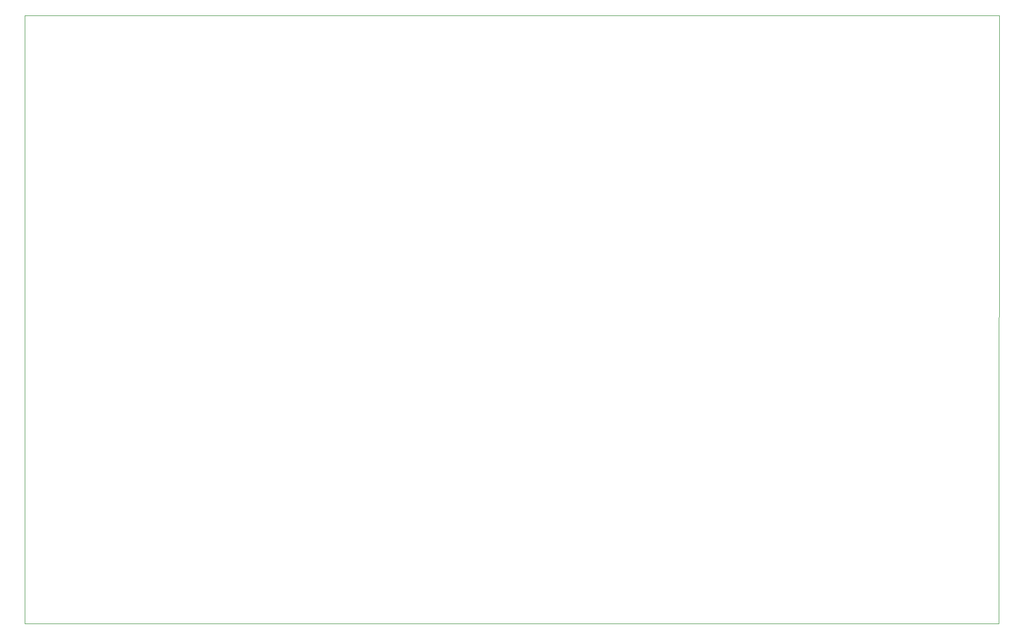
<source format=gbr>
%TF.GenerationSoftware,KiCad,Pcbnew,(5.1.9)-1*%
%TF.CreationDate,2022-12-06T18:42:43+01:00*%
%TF.ProjectId,plc14500,706c6331-3435-4303-902e-6b696361645f,rev?*%
%TF.SameCoordinates,Original*%
%TF.FileFunction,Profile,NP*%
%FSLAX46Y46*%
G04 Gerber Fmt 4.6, Leading zero omitted, Abs format (unit mm)*
G04 Created by KiCad (PCBNEW (5.1.9)-1) date 2022-12-06 18:42:43*
%MOMM*%
%LPD*%
G01*
G04 APERTURE LIST*
%TA.AperFunction,Profile*%
%ADD10C,0.050000*%
%TD*%
G04 APERTURE END LIST*
D10*
X71540000Y-143050000D02*
X71610000Y-43120000D01*
X231540000Y-143055000D02*
X71540000Y-143055000D01*
X231620000Y-43120000D02*
X231540000Y-143055000D01*
X71610000Y-43120000D02*
X231620000Y-43120000D01*
M02*

</source>
